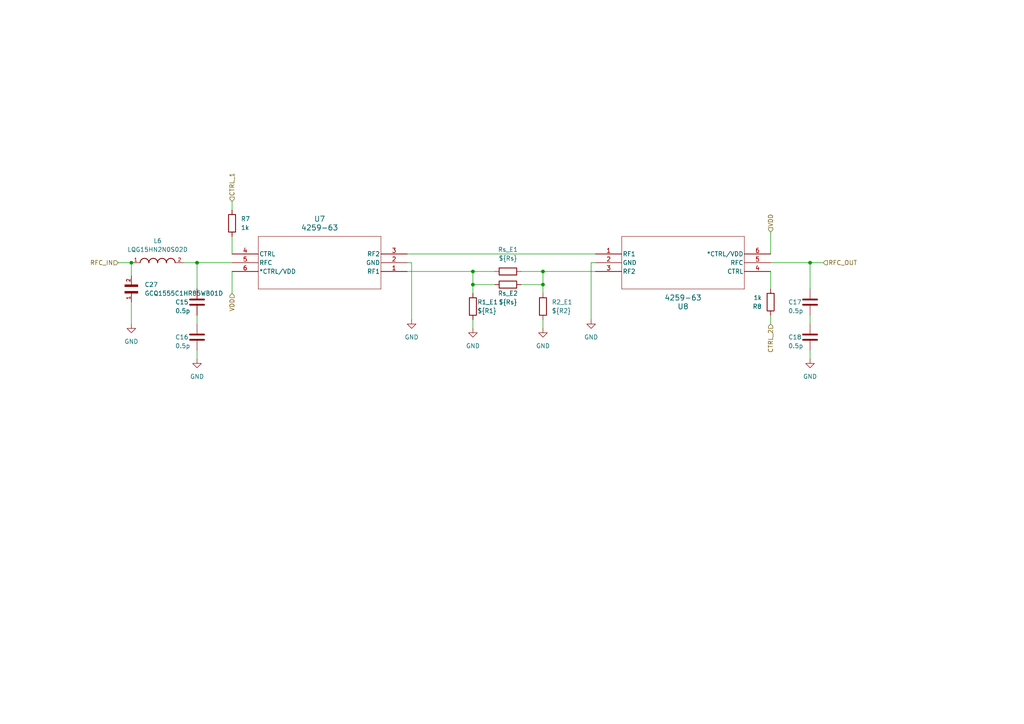
<source format=kicad_sch>
(kicad_sch (version 20230121) (generator eeschema)
  (paper "A4")
  (lib_symbols
    (symbol "Device:C" (pin_numbers hide) (pin_names (offset 0.254))
      (property "Reference" "C" (at 0.635 2.54 0))
      (property "Value" "C" (at 0.635 -2.54 0))
      (symbol "C_0_1"
        (polyline (pts (xy -2.032 -0.762) (xy 2.032 -0.762)) (stroke (width 0.508)))
        (polyline (pts (xy -2.032 0.762) (xy 2.032 0.762)) (stroke (width 0.508)))
      )
      (symbol "C_1_1"
        (pin passive line (at 0 3.81 270) (length 2.794) (name "~") (number "1"))
        (pin passive line (at 0 -3.81 90) (length 2.794) (name "~") (number "2"))
      )
    )
    (symbol "Device:R" (pin_numbers hide) (pin_names (offset 0))
      (property "Reference" "R" (at 2.032 0 90))
      (property "Value" "R" (at 0 0 90))
      (symbol "R_0_1"
        (rectangle (start -1.016 -2.54) (end 1.016 2.54) (stroke (width 0.254)))
      )
      (symbol "R_1_1"
        (pin passive line (at 0 3.81 270) (length 1.27) (name "~") (number "1"))
        (pin passive line (at 0 -3.81 90) (length 1.27) (name "~") (number "2"))
      )
    )
    (symbol "c_switch:GCQ1555C1HR85WB01D" (pin_names (offset 1.016))
      (property "Reference" "C" (at 0 3.8109 0))
      (property "Value" "GCQ1555C1HR85WB01D" (at 0 -5.0885 0))
      (symbol "GCQ1555C1HR85WB01D_0_0"
        (rectangle (start 0 -1.9069) (end 0.635 1.905) (stroke (width 0.1)) (fill (type outline)))
        (rectangle (start 1.9069 -1.9069) (end 2.54 1.905) (stroke (width 0.1)) (fill (type outline)))
        (pin passive line (at -2.54 0 0) (length 2.54) (name "~") (number "1"))
        (pin passive line (at 5.08 0 180) (length 2.54) (name "~") (number "2"))
      )
    )
    (symbol "l_switch:LQG15HN2N0S02D" (pin_names (offset 1.016))
      (property "Reference" "L" (at -7.62 5.08 0))
      (property "Value" "LQG15HN2N0S02D" (at -7.62 2.54 0))
      (symbol "LQG15HN2N0S02D_0_0"
        (arc (start -2.54 0) (mid -3.81 1.2645) (end -5.08 0) (stroke (width 0.254)))
        (arc (start 0 0) (mid -1.27 1.2645) (end -2.54 0) (stroke (width 0.254)))
        (arc (start 2.54 0) (mid 1.27 1.2645) (end 0 0) (stroke (width 0.254)))
        (arc (start 5.08 0) (mid 3.81 1.2645) (end 2.54 0) (stroke (width 0.254)))
        (pin passive line (at -7.62 0 0) (length 2.54) (name "~") (number "1"))
        (pin passive line (at 7.62 0 180) (length 2.54) (name "~") (number "2"))
      )
    )
    (symbol "power:GND" (power) (pin_names (offset 0))
      (property "Value" "GND" (at 0 -3.81 0))
      (symbol "GND_0_1"
        (polyline (pts (xy 0 0) (xy 0 -1.27) (xy 1.27 -1.27) (xy 0 -2.54) (xy -1.27 -1.27) (xy 0 -1.27)))
      )
      (symbol "GND_1_1"
        (pin power_in line (at 0 0 270) (length 0) hide (name "GND") (number "1"))
      )
    )
    (symbol "rf_switch:4259-63" (pin_names (offset 0.254))
      (property "Reference" "U" (at 25.4 10.16 0))
      (property "Value" "4259-63" (at 25.4 7.62 0))
      (symbol "4259-63_0_1"
        (polyline (pts (xy 7.62 -10.16) (xy 43.18 -10.16)) (stroke (width 0.127)))
        (polyline (pts (xy 7.62 5.08) (xy 7.62 -10.16)) (stroke (width 0.127)))
        (polyline (pts (xy 43.18 -10.16) (xy 43.18 5.08)) (stroke (width 0.127)))
        (polyline (pts (xy 43.18 5.08) (xy 7.62 5.08)) (stroke (width 0.127)))
        (pin bidirectional line (at 0 0 0) (length 7.62) (name "RF1") (number "1"))
        (pin power_out line (at 0 -2.54 0) (length 7.62) (name "GND") (number "2"))
        (pin bidirectional line (at 0 -5.08 0) (length 7.62) (name "RF2") (number "3"))
        (pin unspecified line (at 50.8 -5.08 180) (length 7.62) (name "CTRL") (number "4"))
        (pin unspecified line (at 50.8 -2.54 180) (length 7.62) (name "RFC") (number "5"))
        (pin power_in line (at 50.8 0 180) (length 7.62) (name "*CTRL/VDD") (number "6"))
      )
    )
  )
  (junction (at 38.1 76.2))
  (junction (at 57.15 76.2))
  (junction (at 234.95 76.2))
  (junction (at 157.48 78.74))
  (junction (at 137.16 82.55))
  (junction (at 157.48 82.55))
  (junction (at 137.16 78.74))
  (wire (pts (xy 157.48 82.55) (xy 157.48 85.09)))
  (wire (pts (xy 157.48 78.74) (xy 172.72 78.74)))
  (wire (pts (xy 223.52 83.82) (xy 223.52 78.74)))
  (wire (pts (xy 151.13 82.55) (xy 157.48 82.55)))
  (wire (pts (xy 234.95 76.2) (xy 238.76 76.2)))
  (wire (pts (xy 234.95 91.44) (xy 234.95 93.98)))
  (wire (pts (xy 118.11 73.66) (xy 172.72 73.66)))
  (wire (pts (xy 57.15 83.82) (xy 57.15 76.2)))
  (wire (pts (xy 34.29 76.2) (xy 38.1 76.2)))
  (wire (pts (xy 223.52 93.98) (xy 223.52 91.44)))
  (wire (pts (xy 53.34 76.2) (xy 57.15 76.2)))
  (wire (pts (xy 137.16 82.55) (xy 143.51 82.55)))
  (wire (pts (xy 157.48 92.71) (xy 157.48 95.25)))
  (wire (pts (xy 67.31 58.42) (xy 67.31 60.96)))
  (wire (pts (xy 137.16 78.74) (xy 137.16 82.55)))
  (wire (pts (xy 234.95 83.82) (xy 234.95 76.2)))
  (wire (pts (xy 38.1 87.63) (xy 38.1 93.98)))
  (wire (pts (xy 157.48 82.55) (xy 157.48 78.74)))
  (wire (pts (xy 143.51 78.74) (xy 137.16 78.74)))
  (wire (pts (xy 118.11 78.74) (xy 137.16 78.74)))
  (wire (pts (xy 119.38 92.71) (xy 119.38 76.2)))
  (wire (pts (xy 119.38 76.2) (xy 118.11 76.2)))
  (wire (pts (xy 223.52 76.2) (xy 234.95 76.2)))
  (wire (pts (xy 67.31 68.58) (xy 67.31 73.66)))
  (wire (pts (xy 223.52 73.66) (xy 223.52 67.31)))
  (wire (pts (xy 137.16 82.55) (xy 137.16 85.09)))
  (wire (pts (xy 38.1 80.01) (xy 38.1 76.2)))
  (wire (pts (xy 57.15 101.6) (xy 57.15 104.14)))
  (wire (pts (xy 151.13 78.74) (xy 157.48 78.74)))
  (wire (pts (xy 57.15 76.2) (xy 67.31 76.2)))
  (wire (pts (xy 171.45 76.2) (xy 172.72 76.2)))
  (wire (pts (xy 171.45 92.71) (xy 171.45 76.2)))
  (wire (pts (xy 234.95 101.6) (xy 234.95 104.14)))
  (wire (pts (xy 67.31 78.74) (xy 67.31 85.09)))
  (wire (pts (xy 57.15 91.44) (xy 57.15 93.98)))
  (wire (pts (xy 137.16 92.71) (xy 137.16 95.25)))
  (hierarchical_label "VDD" (shape input) (at 67.31 85.09 270))
  (hierarchical_label "CTRL_2" (shape input) (at 223.52 93.98 270))
  (hierarchical_label "RFC_OUT" (shape input) (at 238.76 76.2 0))
  (hierarchical_label "VDD" (shape input) (at 223.52 67.31 90))
  (hierarchical_label "CTRL_1" (shape input) (at 67.31 58.42 90))
  (hierarchical_label "RFC_IN" (shape input) (at 34.29 76.2 180))
  (symbol (lib_id "Device:C") (at 234.95 87.63 0) (unit 1)
    (property "Reference" "C17" (at 228.6 87.63 0) (effects (justify left)))
    (property "Value" "0.5p" (at 228.6 90.17 0) (effects (justify left)))
    (property "Footprint" "Capacitor_SMD:C_0603_1608Metric" (effects hide))
  )
  (symbol (lib_id "Device:C") (at 57.15 87.63 0) (unit 1)
    (property "Reference" "C15" (at 50.8 87.63 0) (effects (justify left)))
    (property "Value" "0.5p" (at 50.8 90.17 0) (effects (justify left)))
    (property "Footprint" "Capacitor_SMD:C_0603_1608Metric" (effects hide))
  )
  (symbol (lib_id "Device:R") (at 147.32 78.74 90) (unit 1)
    (property "Reference" "Rs_E1" (at 147.32 72.39 90))
    (property "Value" "${Rs}" (at 147.32 74.93 90))
    (property "Footprint" "Resistor_SMD:R_0603_1608Metric_Pad0.98x0.95mm_HandSolder" (effects hide))
  )
  (symbol (lib_id "power:GND") (at 234.95 104.14 0) (unit 1)
    (property "Reference" "#PWR028" (effects hide))
    (property "Value" "GND" (at 234.95 109.22 0))
  )
  (symbol (lib_id "Device:R") (at 157.48 88.9 0) (unit 1)
    (property "Reference" "R2_E1" (at 160.02 87.63 0) (effects (justify left)))
    (property "Value" "${R2}" (at 160.02 90.17 0) (effects (justify left)))
    (property "Footprint" "Resistor_SMD:R_0603_1608Metric_Pad0.98x0.95mm_HandSolder" (effects hide))
  )
  (symbol (lib_id "Device:R") (at 147.32 82.55 90) (unit 1)
    (property "Reference" "Rs_E2" (at 147.32 85.09 90))
    (property "Value" "${Rs}" (at 147.32 87.63 90))
    (property "Footprint" "Resistor_SMD:R_0603_1608Metric_Pad0.98x0.95mm_HandSolder" (effects hide))
  )
  (symbol (lib_id "power:GND") (at 171.45 92.71 0) (unit 1)
    (property "Reference" "#PWR027" (effects hide))
    (property "Value" "GND" (at 171.45 97.79 0))
  )
  (symbol (lib_id "power:GND") (at 119.38 92.71 0) (unit 1)
    (property "Reference" "#PWR024" (effects hide))
    (property "Value" "GND" (at 119.38 97.79 0))
  )
  (symbol (lib_id "l_switch:LQG15HN2N0S02D") (at 45.72 76.2 0) (unit 1)
    (property "Reference" "L6" (at 45.72 69.85 0))
    (property "Value" "LQG15HN2N0S02D" (at 45.72 72.39 0))
    (property "Footprint" "attenuator:INDC1005X55N" (effects hide))
  )
  (symbol (lib_id "rf_switch:4259-63") (at 118.11 78.74 180) (unit 1)
    (property "Reference" "U7" (at 92.71 63.5 0) (effects (font (size 1.524 1.524))))
    (property "Value" "4259-63" (at 92.71 66.04 0) (effects (font (size 1.524 1.524))))
    (property "Footprint" "switch:SC-70-6_PSM" (effects hide))
    (property "Datasheet" "4259-63" (effects hide))
  )
  (symbol (lib_id "power:GND") (at 38.1 93.98 0) (unit 1)
    (property "Reference" "#PWR043" (effects hide))
    (property "Value" "GND" (at 38.1 99.06 0))
  )
  (symbol (lib_id "power:GND") (at 57.15 104.14 0) (unit 1)
    (property "Reference" "#PWR023" (effects hide))
    (property "Value" "GND" (at 57.15 109.22 0))
  )
  (symbol (lib_id "Device:C") (at 234.95 97.79 0) (unit 1)
    (property "Reference" "C18" (at 228.6 97.79 0) (effects (justify left)))
    (property "Value" "0.5p" (at 228.6 100.33 0) (effects (justify left)))
    (property "Footprint" "Capacitor_SMD:C_0603_1608Metric" (effects hide))
  )
  (symbol (lib_id "power:GND") (at 137.16 95.25 0) (unit 1)
    (property "Reference" "#PWR025" (effects hide))
    (property "Value" "GND" (at 137.16 100.33 0))
  )
  (symbol (lib_id "rf_switch:4259-63") (at 172.72 73.66 0) (unit 1)
    (property "Reference" "U8" (at 198.12 88.9 0) (effects (font (size 1.524 1.524))))
    (property "Value" "4259-63" (at 198.12 86.36 0) (effects (font (size 1.524 1.524))))
    (property "Footprint" "switch:SC-70-6_PSM" (effects hide))
    (property "Datasheet" "4259-63" (effects hide))
  )
  (symbol (lib_id "Device:R") (at 137.16 88.9 0) (unit 1)
    (property "Reference" "R1_E1" (at 138.43 87.63 0) (effects (justify left)))
    (property "Value" "${R1}" (at 138.43 90.17 0) (effects (justify left)))
    (property "Footprint" "Resistor_SMD:R_0603_1608Metric_Pad0.98x0.95mm_HandSolder" (effects hide))
  )
  (symbol (lib_id "Device:R") (at 223.52 87.63 180) (unit 1)
    (property "Reference" "R8" (at 220.98 88.9 0) (effects (justify left)))
    (property "Value" "1k" (at 220.98 86.36 0) (effects (justify left)))
    (property "Footprint" "Resistor_SMD:R_0603_1608Metric_Pad0.98x0.95mm_HandSolder" (effects hide))
  )
  (symbol (lib_id "power:GND") (at 157.48 95.25 0) (unit 1)
    (property "Reference" "#PWR026" (effects hide))
    (property "Value" "GND" (at 157.48 100.33 0))
  )
  (symbol (lib_id "c_switch:GCQ1555C1HR85WB01D") (at 38.1 85.09 90) (unit 1)
    (property "Reference" "C27" (at 41.91 82.55 90) (effects (justify right)))
    (property "Value" "GCQ1555C1HR85WB01D" (at 41.91 85.09 90) (effects (justify right)))
    (property "Footprint" "attenuator:CAPC1005X55N" (effects hide))
  )
  (symbol (lib_id "Device:R") (at 67.31 64.77 0) (unit 1)
    (property "Reference" "R7" (at 69.85 63.5 0) (effects (justify left)))
    (property "Value" "1k" (at 69.85 66.04 0) (effects (justify left)))
    (property "Footprint" "Resistor_SMD:R_0603_1608Metric_Pad0.98x0.95mm_HandSolder" (effects hide))
  )
  (symbol (lib_id "Device:C") (at 57.15 97.79 0) (unit 1)
    (property "Reference" "C16" (at 50.8 97.79 0) (effects (justify left)))
    (property "Value" "0.5p" (at 50.8 100.33 0) (effects (justify left)))
    (property "Footprint" "Capacitor_SMD:C_0603_1608Metric" (effects hide))
  )
)
</source>
